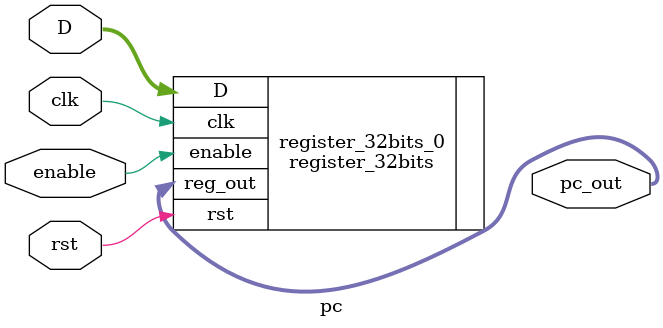
<source format=v>
module pc 
(
    input   wire [31:0]     D,
    input   wire            enable,
    input   wire            clk,
    input   wire            rst,
    output  wire [31:0]     pc_out
);
    register_32bits register_32bits_0
    (
        .D(D),
        .enable(enable),
        .clk(clk),
        .rst(rst),
        .reg_out(pc_out)
    );
    endmodule

</source>
